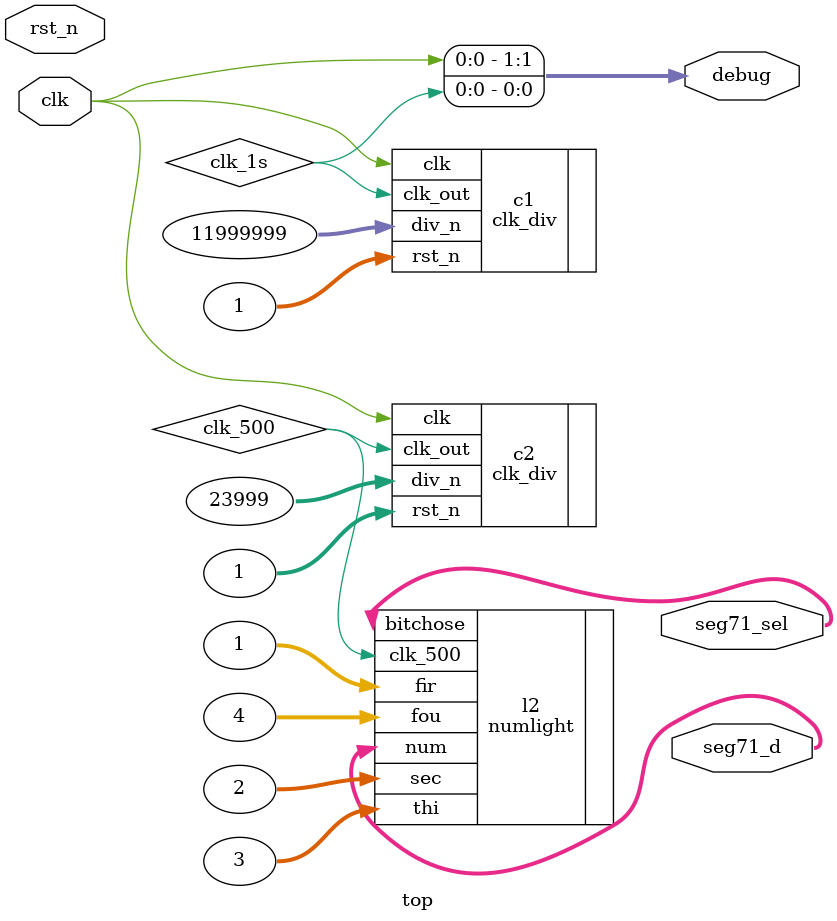
<source format=v>
module top (
    input  wire clk,
    input wire rst_n,
    output wire [1:0] debug,
    output wire [7-1:0] seg71_d,
    output wire [4-1:0] seg71_sel

);


   wire clk_10k;
   wire clk_500;
   wire clk_1s;
   clk_div  #(
    .div_n_RegWith(64)
   )c1(
    .clk(clk),
    .div_n(12_000_000-1),
   .rst_n(1),
    .clk_out(clk_1s)
);
   clk_div  #(
    .div_n_RegWith(64)
   )c2(
    .clk(clk),
    .div_n(12_000_000/500-1),
   .rst_n(1),
    .clk_out(clk_500)
);
   

   wire [32:0] none;
// seg7 seg1(
//     .clk(clk_500),
//     .reset_n(1),
//     .q_a({4'd1,4'd2,4'd3,4'd4}),
//     .data({seg71_d,none[0]}),
//     .sel(seg71_sel)
//);
 numlight l2(
        .clk_500(clk_500),
        
        .fir(1),
        .sec(2),
        .thi(3),
        .fou(4),
        
        .bitchose(seg71_sel),
        .num(seg71_d)
    );
assign debug={clk,clk_1s};


endmodule //top
</source>
